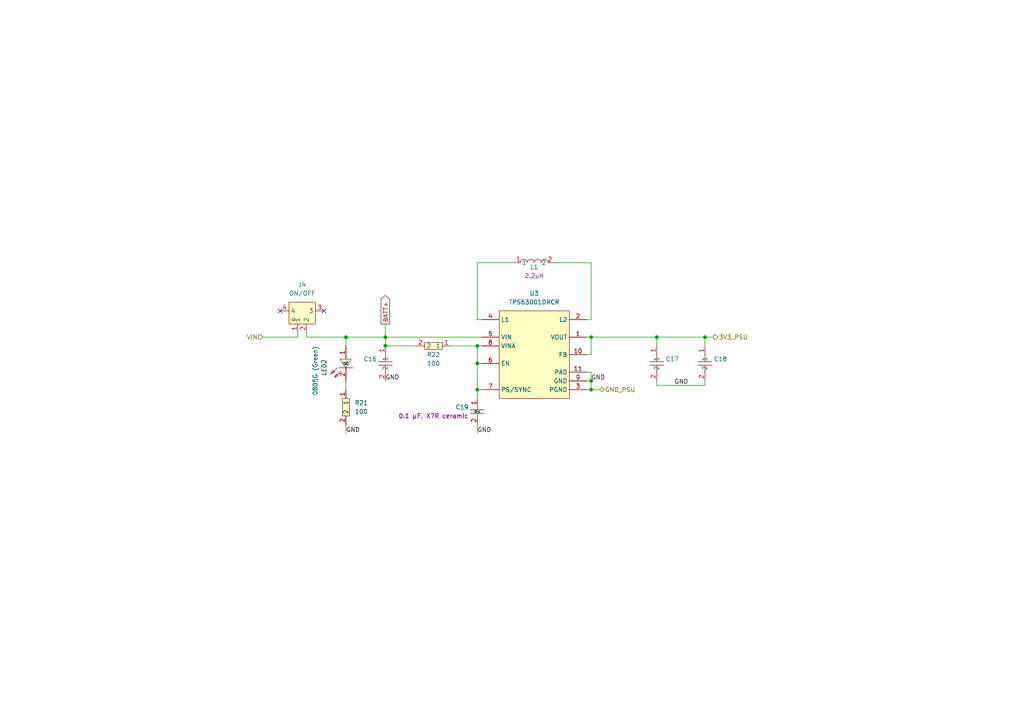
<source format=kicad_sch>
(kicad_sch (version 20250114) (generator "eeschema") (generator_version "9.0")
  (paper "A4")
  (lib_symbols
    (symbol "easyeda2kicad:0603WAF1000T5E"
      (property "Reference" "R" (at 0 5.08 0))
      (property "Value" "0603WAF1000T5E" (at 0 -5.08 0))
      (symbol "0603WAF1000T5E_0_1"
        (rectangle (start -2.54 1.02) (end 2.54 -1.02) (fill (type background)))
        (pin input line (at -5.08 0 0) (length 2.54) (name "1") (number "1"))
        (pin input line (at 5.08 0 180) (length 2.54) (name "2") (number "2"))
      )
    )
    (symbol "easyeda2kicad:0805G(Green)"
      (property "Reference" "LED" (at 0 5.08 0))
      (property "Value" "0805G (Green)" (at 0 -5.08 0))
      (symbol "0805G(Green)_0_1"
        (polyline (pts (xy -4.06 3.3) (xy -3.05 2.79) (xy -3.56 2.29) (xy -4.06 3.3)) (fill (type background)))
        (polyline (pts (xy -3.05 4.32) (xy -2.03 3.81) (xy -2.54 3.3) (xy -3.05 4.32)) (fill (type background)))
        (polyline (pts (xy -2.29 1.52) (xy -4.06 3.3)))
        (polyline (pts (xy -1.27 2.54) (xy -3.05 4.32)))
        (polyline (pts (xy -1.27 2.03) (xy -1.27 -2.03)))
        (polyline (pts (xy 1.27 -1.52) (xy -1.27 0) (xy 1.27 1.78) (xy 1.27 -1.52)) (fill (type background)))
        (pin unspecified line (at -5.08 0 0) (length 3.81) (name "K") (number "2"))
        (pin unspecified line (at 5.08 0 180) (length 3.81) (name "A") (number "1"))
      )
    )
    (symbol "easyeda2kicad:CL10B104KA8NNNC"
      (property "Reference" "C" (at 0 5.08 0))
      (property "Value" "CL10B104KA8NNNC" (at 0 -5.08 0))
      (symbol "CL10B104KA8NNNC_0_1"
        (polyline (pts (xy -1.27 0) (xy -0.51 0)))
        (polyline (pts (xy -0.51 2.03) (xy -0.51 -2.03)))
        (polyline (pts (xy 0.51 2.03) (xy 0.51 -2.03)))
        (polyline (pts (xy 0.51 0) (xy 1.27 0)))
        (pin input line (at -3.81 0 0) (length 2.54) (name "1") (number "1"))
        (pin input line (at 3.81 0 180) (length 2.54) (name "2") (number "2"))
      )
    )
    (symbol "easyeda2kicad:CL10B106MQ8NRNC"
      (property "Reference" "C" (at 0 81.28 0))
      (property "Value" "CL10B106MQ8NRNC" (at 0 71.12 0))
      (symbol "CL10B106MQ8NRNC_0_1"
        (polyline (pts (xy -102.11 76.2) (xy -104.14 76.2)))
        (polyline (pts (xy -102.11 74.17) (xy -102.11 78.23)))
        (polyline (pts (xy -101.09 78.23) (xy -101.09 74.17)))
        (polyline (pts (xy -99.06 76.2) (xy -101.09 76.2)))
        (pin unspecified line (at -106.68 76.2 0) (length 2.54) (name "1") (number "1"))
        (pin unspecified line (at -96.52 76.2 180) (length 2.54) (name "2") (number "2"))
      )
    )
    (symbol "easyeda2kicad:LQH3NPN2R2MMEL"
      (property "Reference" "L" (at 0 5.08 0))
      (property "Value" "LQH3NPN2R2MMEL" (at 0 -5.08 0))
      (symbol "LQH3NPN2R2MMEL_0_1"
        (arc (start -4.06 -0.01) (mid -2.83 0.99) (end -2.03 0.01))
        (arc (start -2.03 -0.01) (mid -0.8 0.99) (end 0 0.01))
        (arc (start 0 -0.01) (mid 1.23 0.99) (end 2.03 0.01))
        (arc (start 2.03 -0.01) (mid 3.26 0.99) (end 4.06 0.01))
        (pin unspecified line (at -5.08 0 0) (length 1.016) (name "1") (number "1"))
        (pin unspecified line (at 5.08 0 180) (length 1.016) (name "2") (number "2"))
      )
    )
    (symbol "easyeda2kicad:TPS63001DRCR"
      (property "Reference" "U" (at 0 15.24 0))
      (property "Value" "TPS63001DRCR" (at 0 -15.24 0))
      (symbol "TPS63001DRCR_0_1"
        (rectangle (start -10.16 12.7) (end 10.16 -12.7) (fill (type background)))
        (pin unspecified line (at -15.24 10.16 0) (length 5.08) (name "L1") (number "4"))
        (pin power_in line (at -15.24 5.08 0) (length 5.08) (name "VIN") (number "5"))
        (pin power_in line (at -15.24 2.54 0) (length 5.08) (name "VINA") (number "8"))
        (pin unspecified line (at -15.24 -2.54 0) (length 5.08) (name "EN") (number "6"))
        (pin unspecified line (at -15.24 -10.16 0) (length 5.08) (name "PS/SYNC") (number "7"))
        (pin unspecified line (at 15.24 10.16 180) (length 5.08) (name "L2") (number "2"))
        (pin power_in line (at 15.24 5.08 180) (length 5.08) (name "VOUT") (number "1"))
        (pin unspecified line (at 15.24 0 180) (length 5.08) (name "FB") (number "10"))
        (pin power_in line (at 15.24 -5.08 180) (length 5.08) (name "PAD") (number "11"))
        (pin power_in line (at 15.24 -7.62 180) (length 5.08) (name "GND") (number "9"))
        (pin power_in line (at 15.24 -10.16 180) (length 5.08) (name "PGND") (number "3"))
      )
    )
    (symbol "easyeda2kicad:WAFER-MX1.25-2PWB"
      (property "Reference" "U" (at 0 11.43 0))
      (property "Value" "WAFER-MX1.25-2PWB" (at 0 -11.43 0))
      (symbol "WAFER-MX1.25-2PWB_0_1"
        (rectangle (start -1.27 3.81) (end 5.08 -3.81) (fill (type background)))
        (circle (center 0 2.54) (radius 0.38))
        (pin unspecified line (at -3.81 1.27 0) (length 2.54) (name "1") (number "1"))
        (pin unspecified line (at -3.81 -1.27 0) (length 2.54) (name "2") (number "2"))
        (pin unspecified line (at 2.54 6.35 270) (length 2.54) (name "4") (number "4"))
        (pin unspecified line (at 2.54 -6.35 90) (length 2.54) (name "3") (number "3"))
      )
    )
  )
  (junction (at 171.45 97.79))
  (junction (at 138.43 105.41))
  (junction (at 171.45 113.03))
  (junction (at 100.33 97.79))
  (junction (at 111.76 97.79))
  (junction (at 204.47 97.79))
  (junction (at 138.43 100.33))
  (junction (at 111.76 100.33))
  (junction (at 171.45 110.49))
  (junction (at 190.5 97.79))
  (junction (at 138.43 113.03))
  (no_connect (at 93.98 90.17))
  (no_connect (at 81.28 90.17))
  (wire (pts (xy 138.43 113.03) (xy 139.7 113.03)))
  (wire (pts (xy 170.18 107.95) (xy 171.45 107.95)))
  (wire (pts (xy 138.43 105.41) (xy 138.43 113.03)))
  (wire (pts (xy 171.45 110.49) (xy 171.45 113.03)))
  (wire (pts (xy 76.2 97.79) (xy 86.36 97.79)))
  (wire (pts (xy 160.02 76.2) (xy 171.45 76.2)))
  (wire (pts (xy 100.33 110.49) (xy 100.33 113.03)))
  (wire (pts (xy 170.18 113.03) (xy 171.45 113.03)))
  (wire (pts (xy 138.43 123.19) (xy 138.43 125.73)))
  (wire (pts (xy 204.47 97.79) (xy 204.47 100.33)))
  (wire (pts (xy 88.9 96.52) (xy 88.9 97.79)))
  (wire (pts (xy 100.33 97.79) (xy 111.76 97.79)))
  (wire (pts (xy 171.45 97.79) (xy 190.5 97.79)))
  (wire (pts (xy 138.43 105.41) (xy 139.7 105.41)))
  (wire (pts (xy 190.5 111.76) (xy 204.47 111.76)))
  (wire (pts (xy 139.7 97.79) (xy 111.76 97.79)))
  (wire (pts (xy 111.76 93.98) (xy 111.76 97.79)))
  (wire (pts (xy 171.45 107.95) (xy 171.45 110.49)))
  (wire (pts (xy 204.47 110.49) (xy 204.47 111.76)))
  (wire (pts (xy 170.18 102.87) (xy 171.45 102.87)))
  (wire (pts (xy 138.43 76.2) (xy 149.86 76.2)))
  (wire (pts (xy 171.45 92.71) (xy 171.45 76.2)))
  (wire (pts (xy 111.76 97.79) (xy 111.76 100.33)))
  (wire (pts (xy 190.5 100.33) (xy 190.5 97.79)))
  (wire (pts (xy 170.18 97.79) (xy 171.45 97.79)))
  (wire (pts (xy 138.43 100.33) (xy 139.7 100.33)))
  (wire (pts (xy 86.36 97.79) (xy 86.36 96.52)))
  (wire (pts (xy 130.81 100.33) (xy 138.43 100.33)))
  (wire (pts (xy 170.18 92.71) (xy 171.45 92.71)))
  (wire (pts (xy 170.18 110.49) (xy 171.45 110.49)))
  (wire (pts (xy 190.5 111.76) (xy 190.5 110.49)))
  (wire (pts (xy 138.43 100.33) (xy 138.43 105.41)))
  (wire (pts (xy 138.43 92.71) (xy 139.7 92.71)))
  (wire (pts (xy 173.99 113.03) (xy 171.45 113.03)))
  (wire (pts (xy 204.47 97.79) (xy 207.01 97.79)))
  (wire (pts (xy 138.43 76.2) (xy 138.43 92.71)))
  (wire (pts (xy 100.33 123.19) (xy 100.33 125.73)))
  (wire (pts (xy 190.5 97.79) (xy 204.47 97.79)))
  (wire (pts (xy 100.33 97.79) (xy 100.33 100.33)))
  (wire (pts (xy 138.43 113.03) (xy 138.43 115.57)))
  (wire (pts (xy 111.76 100.33) (xy 120.65 100.33)))
  (wire (pts (xy 88.9 97.79) (xy 100.33 97.79)))
  (wire (pts (xy 171.45 102.87) (xy 171.45 97.79)))
  (label "GND" (at 100.33 125.73 0))
  (label "GND" (at 138.43 125.73 0))
  (label "GND" (at 111.76 110.49 0))
  (label "GND" (at 195.58 111.76 0))
  (label "GND" (at 171.45 110.49 0))
  (global_label "BATT+" (shape output) (at 111.76 93.98 90) (property "Intersheetrefs" "${INTERSHEET_REFS}" (effects (hide yes))))
  (hierarchical_label "VIN" (shape input) (at 76.2 97.79 180))
  (hierarchical_label "3V3_PSU" (shape output) (at 207.01 97.79 0))
  (hierarchical_label "GND_PSU" (shape bidirectional) (at 173.99 113.03 0))
  (symbol (lib_id "easyeda2kicad:0805G(Green)") (at 100.33 105.41 90) (unit 1)
    (property "Reference" "LED2" (at 93.98 104.14 0) (effects (justify right)))
    (property "Value" "0805G (Green)" (at 91.44 100.33 0) (effects (justify right)))
    (property "Footprint" "easyeda2kicad:LED0805-R-RD" (effects (hide yes)))
    (property "Datasheet" "https://lcsc.com/product-detail/Light-Emitting-Diodes-LED_Green-0805-Highlighted_C2297.html" (effects (hide yes)))
    (property "LCSC Part" "C2297" (effects (hide yes)))
  )
  (symbol (lib_id "easyeda2kicad:0603WAF1000T5E") (at 125.73 100.33 180) (unit 1)
    (property "Reference" "R22" (at 125.73 102.87 0))
    (property "Value" "100" (at 125.73 105.41 0))
    (property "Footprint" "easyeda2kicad:R0603" (effects (hide yes)))
    (property "Datasheet" "https://lcsc.com/product-detail/Chip-Resistor-Surface-Mount-UniOhm_100R-1000-1_C22775.html" (effects (hide yes)))
    (property "Description" "0603WAF1000T5E" (effects (hide yes)))
    (property "LCSC Part" "C22775" (effects (hide yes)))
  )
  (symbol (lib_id "easyeda2kicad:LQH3NPN2R2MMEL") (at 154.94 76.2 0) (unit 1)
    (property "Reference" "L1" (at 154.94 77.47 0))
    (property "Value" "LQH3NPN2R2MMEL" (effects (hide yes)))
    (property "Footprint" "easyeda2kicad:IND-SMD_L3.0-W3.0_LQH3NPN2R2NG0L" (effects (hide yes)))
    (property "Description" "2.2uH" (at 154.94 80.01 0))
    (property "LCSC Part" "C668451" (effects (hide yes)))
  )
  (symbol (lib_id "easyeda2kicad:TPS63001DRCR") (at 154.94 102.87 0) (unit 1)
    (property "Reference" "U3" (at 154.94 85.09 0))
    (property "Value" "TPS63001DRCR" (at 154.94 87.63 0))
    (property "Footprint" "easyeda2kicad:VSON-10_L3.0-W3.0-P0.50-TL-EP_TPS62410DRCR" (effects (hide yes)))
    (property "Datasheet" "https://lcsc.com/product-detail/DC-DC-Converters_TI_TPS63001DRCR_TPS63001DRCR_C28060.html" (effects (hide yes)))
    (property "LCSC Part" "C28060" (effects (hide yes)))
  )
  (symbol (lib_id "easyeda2kicad:CL10B104KA8NNNC") (at 138.43 119.38 270) (unit 1)
    (property "Reference" "C19" (at 132.08 118.11 90) (effects (justify left)))
    (property "Value" "CL10B104KA8NNNC" (effects (hide yes)))
    (property "Footprint" "easyeda2kicad:C0603" (effects (hide yes)))
    (property "Datasheet" "https://lcsc.com/product-detail/Multilayer-Ceramic-Capacitors-MLCC-SMD-SMT_SAMSUNG_CL10B104KA8NNNC_100nF-104-10-25V_C1590.html" (effects (hide yes)))
    (property "Description" "0.1 μF, X7R ceramic" (at 125.73 120.65 90))
    (property "LCSC Part" "C1590" (effects (hide yes)))
  )
  (symbol (lib_id "easyeda2kicad:CL10B106MQ8NRNC") (at 128.27 207.01 270) (unit 1)
    (property "Reference" "C18" (at 207.01 104.14 90) (effects (justify left)))
    (property "Value" "CL10B106MQ8NRNC" (effects (hide yes)))
    (property "Footprint" "easyeda2kicad:C0603" (effects (hide yes)))
    (property "Description" "10 μF 6.3 V, 0603, X7R ceramic" (effects (hide yes)))
    (property "LCSC Part" "C3039698" (effects (hide yes)))
  )
  (symbol (lib_id "easyeda2kicad:WAFER-MX1.25-2PWB") (at 87.63 92.71 90) (unit 1)
    (property "Reference" "J4" (at 87.63 82.55 90))
    (property "Value" "ON/OFF" (at 87.63 85.09 90))
    (property "Footprint" "easyeda2kicad:CONN-SMD_2P-P1.25_XUNPU_WAFER-MX1.25-2PWB" (effects (hide yes)))
    (property "Description" "WAFER-MX1.25-2PWB" (effects (hide yes)))
    (property "LCSC Part" "C3029359" (effects (hide yes)))
  )
  (symbol (lib_id "easyeda2kicad:CL10B106MQ8NRNC") (at 114.3 207.01 270) (unit 1)
    (property "Reference" "C17" (at 193.04 104.14 90) (effects (justify left)))
    (property "Value" "CL10B106MQ8NRNC" (effects (hide yes)))
    (property "Footprint" "easyeda2kicad:C0603" (effects (hide yes)))
    (property "Description" "10 μF 6.3 V, 0603, X7R ceramic" (effects (hide yes)))
    (property "LCSC Part" "C3039698" (effects (hide yes)))
  )
  (symbol (lib_id "easyeda2kicad:0603WAF1000T5E") (at 100.33 118.11 270) (unit 1)
    (property "Reference" "R21" (at 102.87 116.8399 90) (effects (justify left)))
    (property "Value" "100" (at 102.87 119.3799 90) (effects (justify left)))
    (property "Footprint" "easyeda2kicad:R0603" (effects (hide yes)))
    (property "Datasheet" "https://lcsc.com/product-detail/Chip-Resistor-Surface-Mount-UniOhm_100R-1000-1_C22775.html" (effects (hide yes)))
    (property "Description" "0603WAF1000T5E" (effects (hide yes)))
    (property "LCSC Part" "C22775" (effects (hide yes)))
  )
  (symbol (lib_id "easyeda2kicad:CL10B106MQ8NRNC") (at 35.56 207.01 270) (unit 1)
    (property "Reference" "C16" (at 105.41 104.14 90) (effects (justify left)))
    (property "Value" "CL10B106MQ8NRNC" (effects (hide yes)))
    (property "Footprint" "easyeda2kicad:C0603" (effects (hide yes)))
    (property "Description" "10 μF 6.3 V, 0603, X7R ceramic" (effects (hide yes)))
    (property "LCSC Part" "C3039698" (effects (hide yes)))
  )
)
</source>
